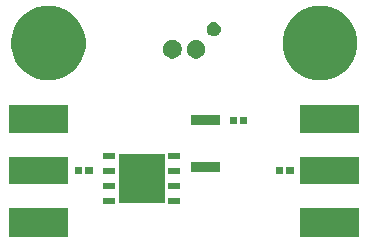
<source format=gbr>
G04 #@! TF.GenerationSoftware,KiCad,Pcbnew,5.0.1-33cea8e~68~ubuntu16.04.1*
G04 #@! TF.CreationDate,2018-11-05T22:20:25+00:00*
G04 #@! TF.ProjectId,pa,70612E6B696361645F70636200000000,rev?*
G04 #@! TF.SameCoordinates,Original*
G04 #@! TF.FileFunction,Soldermask,Top*
G04 #@! TF.FilePolarity,Negative*
%FSLAX46Y46*%
G04 Gerber Fmt 4.6, Leading zero omitted, Abs format (unit mm)*
G04 Created by KiCad (PCBNEW 5.0.1-33cea8e~68~ubuntu16.04.1) date Mon 05 Nov 2018 10:20:25 PM GMT*
%MOMM*%
%LPD*%
G01*
G04 APERTURE LIST*
%ADD10C,0.100000*%
G04 APERTURE END LIST*
D10*
G36*
X79800000Y-89875000D02*
X74800000Y-89875000D01*
X74800000Y-87475000D01*
X79800000Y-87475000D01*
X79800000Y-89875000D01*
X79800000Y-89875000D01*
G37*
G36*
X55200000Y-89875000D02*
X50200000Y-89875000D01*
X50200000Y-87475000D01*
X55200000Y-87475000D01*
X55200000Y-89875000D01*
X55200000Y-89875000D01*
G37*
G36*
X64685000Y-87100000D02*
X63665000Y-87100000D01*
X63665000Y-86590000D01*
X64685000Y-86590000D01*
X64685000Y-87100000D01*
X64685000Y-87100000D01*
G37*
G36*
X59175000Y-87100000D02*
X58155000Y-87100000D01*
X58155000Y-86590000D01*
X59175000Y-86590000D01*
X59175000Y-87100000D01*
X59175000Y-87100000D01*
G37*
G36*
X63391000Y-86996000D02*
X59449000Y-86996000D01*
X59449000Y-82884000D01*
X63391000Y-82884000D01*
X63391000Y-86996000D01*
X63391000Y-86996000D01*
G37*
G36*
X59175000Y-85830000D02*
X58155000Y-85830000D01*
X58155000Y-85320000D01*
X59175000Y-85320000D01*
X59175000Y-85830000D01*
X59175000Y-85830000D01*
G37*
G36*
X64685000Y-85830000D02*
X63665000Y-85830000D01*
X63665000Y-85320000D01*
X64685000Y-85320000D01*
X64685000Y-85830000D01*
X64685000Y-85830000D01*
G37*
G36*
X79800000Y-85450000D02*
X74800000Y-85450000D01*
X74800000Y-83150000D01*
X79800000Y-83150000D01*
X79800000Y-85450000D01*
X79800000Y-85450000D01*
G37*
G36*
X55200000Y-85450000D02*
X50200000Y-85450000D01*
X50200000Y-83150000D01*
X55200000Y-83150000D01*
X55200000Y-85450000D01*
X55200000Y-85450000D01*
G37*
G36*
X56360000Y-84610000D02*
X55740000Y-84610000D01*
X55740000Y-83990000D01*
X56360000Y-83990000D01*
X56360000Y-84610000D01*
X56360000Y-84610000D01*
G37*
G36*
X57260000Y-84610000D02*
X56640000Y-84610000D01*
X56640000Y-83990000D01*
X57260000Y-83990000D01*
X57260000Y-84610000D01*
X57260000Y-84610000D01*
G37*
G36*
X74260000Y-84610000D02*
X73640000Y-84610000D01*
X73640000Y-83990000D01*
X74260000Y-83990000D01*
X74260000Y-84610000D01*
X74260000Y-84610000D01*
G37*
G36*
X73360000Y-84610000D02*
X72740000Y-84610000D01*
X72740000Y-83990000D01*
X73360000Y-83990000D01*
X73360000Y-84610000D01*
X73360000Y-84610000D01*
G37*
G36*
X64685000Y-84560000D02*
X63665000Y-84560000D01*
X63665000Y-84050000D01*
X64685000Y-84050000D01*
X64685000Y-84560000D01*
X64685000Y-84560000D01*
G37*
G36*
X59175000Y-84560000D02*
X58155000Y-84560000D01*
X58155000Y-84050000D01*
X59175000Y-84050000D01*
X59175000Y-84560000D01*
X59175000Y-84560000D01*
G37*
G36*
X68026500Y-84433000D02*
X65613500Y-84433000D01*
X65613500Y-83595000D01*
X68026500Y-83595000D01*
X68026500Y-84433000D01*
X68026500Y-84433000D01*
G37*
G36*
X59175000Y-83290000D02*
X58155000Y-83290000D01*
X58155000Y-82780000D01*
X59175000Y-82780000D01*
X59175000Y-83290000D01*
X59175000Y-83290000D01*
G37*
G36*
X64685000Y-83290000D02*
X63665000Y-83290000D01*
X63665000Y-82780000D01*
X64685000Y-82780000D01*
X64685000Y-83290000D01*
X64685000Y-83290000D01*
G37*
G36*
X79800000Y-81125000D02*
X74800000Y-81125000D01*
X74800000Y-78725000D01*
X79800000Y-78725000D01*
X79800000Y-81125000D01*
X79800000Y-81125000D01*
G37*
G36*
X55200000Y-81125000D02*
X50200000Y-81125000D01*
X50200000Y-78725000D01*
X55200000Y-78725000D01*
X55200000Y-81125000D01*
X55200000Y-81125000D01*
G37*
G36*
X68026500Y-80445000D02*
X65613500Y-80445000D01*
X65613500Y-79607000D01*
X68026500Y-79607000D01*
X68026500Y-80445000D01*
X68026500Y-80445000D01*
G37*
G36*
X70360000Y-80340000D02*
X69740000Y-80340000D01*
X69740000Y-79720000D01*
X70360000Y-79720000D01*
X70360000Y-80340000D01*
X70360000Y-80340000D01*
G37*
G36*
X69460000Y-80340000D02*
X68840000Y-80340000D01*
X68840000Y-79720000D01*
X69460000Y-79720000D01*
X69460000Y-80340000D01*
X69460000Y-80340000D01*
G37*
G36*
X76896849Y-70367226D02*
X77418821Y-70471052D01*
X77992085Y-70708506D01*
X78508008Y-71053235D01*
X78946765Y-71491992D01*
X79291494Y-72007915D01*
X79528948Y-72581179D01*
X79650000Y-73189752D01*
X79650000Y-73810248D01*
X79528948Y-74418821D01*
X79291494Y-74992085D01*
X78946765Y-75508008D01*
X78508008Y-75946765D01*
X77992085Y-76291494D01*
X77418821Y-76528948D01*
X76896849Y-76632774D01*
X76810249Y-76650000D01*
X76189751Y-76650000D01*
X76103151Y-76632774D01*
X75581179Y-76528948D01*
X75007915Y-76291494D01*
X74491992Y-75946765D01*
X74053235Y-75508008D01*
X73708506Y-74992085D01*
X73471052Y-74418821D01*
X73350000Y-73810248D01*
X73350000Y-73189752D01*
X73471052Y-72581179D01*
X73708506Y-72007915D01*
X74053235Y-71491992D01*
X74491992Y-71053235D01*
X75007915Y-70708506D01*
X75581179Y-70471052D01*
X76103151Y-70367226D01*
X76189751Y-70350000D01*
X76810249Y-70350000D01*
X76896849Y-70367226D01*
X76896849Y-70367226D01*
G37*
G36*
X53896849Y-70367226D02*
X54418821Y-70471052D01*
X54992085Y-70708506D01*
X55508008Y-71053235D01*
X55946765Y-71491992D01*
X56291494Y-72007915D01*
X56528948Y-72581179D01*
X56650000Y-73189752D01*
X56650000Y-73810248D01*
X56528948Y-74418821D01*
X56291494Y-74992085D01*
X55946765Y-75508008D01*
X55508008Y-75946765D01*
X54992085Y-76291494D01*
X54418821Y-76528948D01*
X53896849Y-76632774D01*
X53810249Y-76650000D01*
X53189751Y-76650000D01*
X53103151Y-76632774D01*
X52581179Y-76528948D01*
X52007915Y-76291494D01*
X51491992Y-75946765D01*
X51053235Y-75508008D01*
X50708506Y-74992085D01*
X50471052Y-74418821D01*
X50350000Y-73810248D01*
X50350000Y-73189752D01*
X50471052Y-72581179D01*
X50708506Y-72007915D01*
X51053235Y-71491992D01*
X51491992Y-71053235D01*
X52007915Y-70708506D01*
X52581179Y-70471052D01*
X53103151Y-70367226D01*
X53189751Y-70350000D01*
X53810249Y-70350000D01*
X53896849Y-70367226D01*
X53896849Y-70367226D01*
G37*
G36*
X64233352Y-73230743D02*
X64378941Y-73291048D01*
X64509973Y-73378601D01*
X64621399Y-73490027D01*
X64708952Y-73621059D01*
X64769257Y-73766648D01*
X64800000Y-73921205D01*
X64800000Y-74078795D01*
X64769257Y-74233352D01*
X64708952Y-74378941D01*
X64621399Y-74509973D01*
X64509973Y-74621399D01*
X64378941Y-74708952D01*
X64233352Y-74769257D01*
X64078795Y-74800000D01*
X63921205Y-74800000D01*
X63766648Y-74769257D01*
X63621059Y-74708952D01*
X63490027Y-74621399D01*
X63378601Y-74509973D01*
X63291048Y-74378941D01*
X63230743Y-74233352D01*
X63200000Y-74078795D01*
X63200000Y-73921205D01*
X63230743Y-73766648D01*
X63291048Y-73621059D01*
X63378601Y-73490027D01*
X63490027Y-73378601D01*
X63621059Y-73291048D01*
X63766648Y-73230743D01*
X63921205Y-73200000D01*
X64078795Y-73200000D01*
X64233352Y-73230743D01*
X64233352Y-73230743D01*
G37*
G36*
X66233352Y-73230743D02*
X66378941Y-73291048D01*
X66509973Y-73378601D01*
X66621399Y-73490027D01*
X66708952Y-73621059D01*
X66769257Y-73766648D01*
X66800000Y-73921205D01*
X66800000Y-74078795D01*
X66769257Y-74233352D01*
X66708952Y-74378941D01*
X66621399Y-74509973D01*
X66509973Y-74621399D01*
X66378941Y-74708952D01*
X66233352Y-74769257D01*
X66078795Y-74800000D01*
X65921205Y-74800000D01*
X65766648Y-74769257D01*
X65621059Y-74708952D01*
X65490027Y-74621399D01*
X65378601Y-74509973D01*
X65291048Y-74378941D01*
X65230743Y-74233352D01*
X65200000Y-74078795D01*
X65200000Y-73921205D01*
X65230743Y-73766648D01*
X65291048Y-73621059D01*
X65378601Y-73490027D01*
X65490027Y-73378601D01*
X65621059Y-73291048D01*
X65766648Y-73230743D01*
X65921205Y-73200000D01*
X66078795Y-73200000D01*
X66233352Y-73230743D01*
X66233352Y-73230743D01*
G37*
G36*
X67675012Y-71723057D02*
X67784207Y-71768287D01*
X67882481Y-71833952D01*
X67966048Y-71917519D01*
X68031713Y-72015793D01*
X68076943Y-72124988D01*
X68100000Y-72240904D01*
X68100000Y-72359096D01*
X68076943Y-72475012D01*
X68031713Y-72584207D01*
X67966048Y-72682481D01*
X67882481Y-72766048D01*
X67784207Y-72831713D01*
X67675012Y-72876943D01*
X67559096Y-72900000D01*
X67440904Y-72900000D01*
X67324988Y-72876943D01*
X67215793Y-72831713D01*
X67117519Y-72766048D01*
X67033952Y-72682481D01*
X66968287Y-72584207D01*
X66923057Y-72475012D01*
X66900000Y-72359096D01*
X66900000Y-72240904D01*
X66923057Y-72124988D01*
X66968287Y-72015793D01*
X67033952Y-71917519D01*
X67117519Y-71833952D01*
X67215793Y-71768287D01*
X67324988Y-71723057D01*
X67440904Y-71700000D01*
X67559096Y-71700000D01*
X67675012Y-71723057D01*
X67675012Y-71723057D01*
G37*
M02*

</source>
